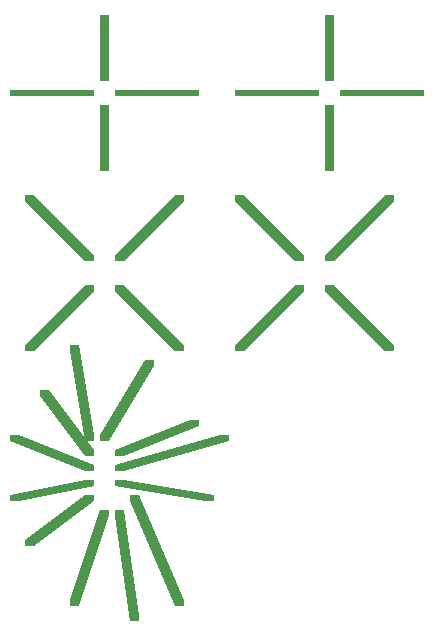
<source format=gbl>
G04 (created by PCBNEW-RS274X (2011-12-28 BZR 3254)-stable) date 02/11/2012 08:36:12*
G01*
G70*
G90*
%MOIN*%
G04 Gerber Fmt 3.4, Leading zero omitted, Abs format*
%FSLAX34Y34*%
G04 APERTURE LIST*
%ADD10C,0.030000*%
%ADD11R,0.030000X0.020000*%
G04 APERTURE END LIST*
G54D10*
G54D11*
X15500Y-25000D02*
X15000Y-22000D01*
X16000Y-25000D02*
X17500Y-22500D01*
X16500Y-26000D02*
X20000Y-25000D01*
X16500Y-26500D02*
X19500Y-27000D01*
X17000Y-27000D02*
X18500Y-30500D01*
X16500Y-27500D02*
X17000Y-31000D01*
X16000Y-27500D02*
X15000Y-30500D01*
X15500Y-27000D02*
X13500Y-28500D01*
X15500Y-26500D02*
X13000Y-27000D01*
X15500Y-26000D02*
X13000Y-25000D01*
X15500Y-25500D02*
X14000Y-23500D01*
X16500Y-25500D02*
X19000Y-24500D01*
X25500Y-22000D02*
X23500Y-20000D01*
X20500Y-22000D02*
X22500Y-20000D01*
X25500Y-17000D02*
X23500Y-19000D01*
X20500Y-17000D02*
X22500Y-19000D01*
X15500Y-19000D02*
X13500Y-17000D01*
X15500Y-20000D02*
X13500Y-22000D01*
X16500Y-20000D02*
X18500Y-22000D01*
X16500Y-19000D02*
X18500Y-17000D01*
X23500Y-16000D02*
X23500Y-14000D01*
X23500Y-11000D02*
X23500Y-13000D01*
X26500Y-13500D02*
X24000Y-13500D01*
X20500Y-13500D02*
X23000Y-13500D01*
X16500Y-13500D02*
X19000Y-13500D01*
X15500Y-13500D02*
X13000Y-13500D01*
X16000Y-14000D02*
X16000Y-16000D01*
X16000Y-13000D02*
X16000Y-11000D01*
M02*

</source>
